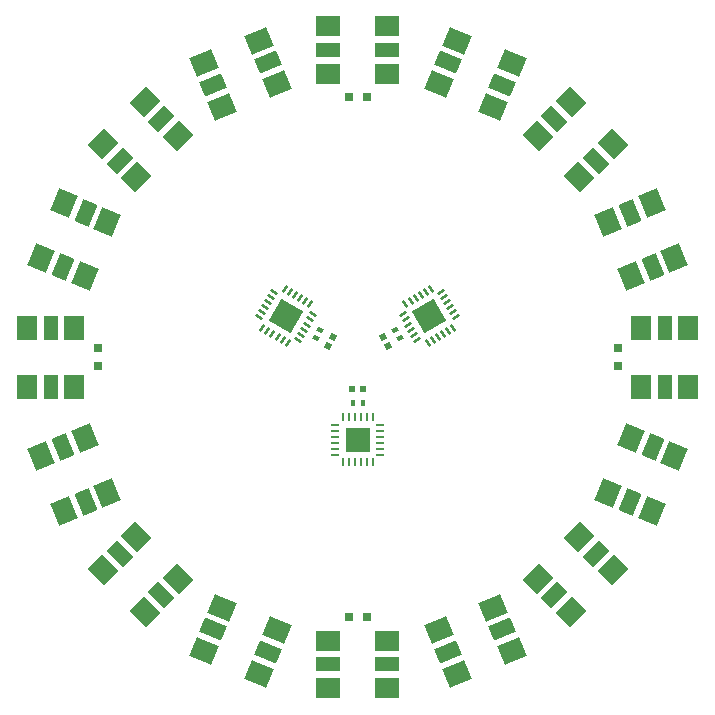
<source format=gtp>
G04*
G04 #@! TF.GenerationSoftware,Altium Limited,Altium Designer,20.2.6 (244)*
G04*
G04 Layer_Color=8421504*
%FSLAX24Y24*%
%MOIN*%
G70*
G04*
G04 #@! TF.SameCoordinates,8D7CF149-CDE5-45B4-86FF-19C455488765*
G04*
G04*
G04 #@! TF.FilePolarity,Positive*
G04*
G01*
G75*
%ADD14R,0.0315X0.0315*%
G04:AMPARAMS|DCode=15|XSize=51.2mil|YSize=78.7mil|CornerRadius=0mil|HoleSize=0mil|Usage=FLASHONLY|Rotation=67.500|XOffset=0mil|YOffset=0mil|HoleType=Round|Shape=Rectangle|*
%AMROTATEDRECTD15*
4,1,4,0.0266,-0.0387,-0.0462,-0.0086,-0.0266,0.0387,0.0462,0.0086,0.0266,-0.0387,0.0*
%
%ADD15ROTATEDRECTD15*%

G04:AMPARAMS|DCode=16|XSize=66.9mil|YSize=78.7mil|CornerRadius=0mil|HoleSize=0mil|Usage=FLASHONLY|Rotation=67.500|XOffset=0mil|YOffset=0mil|HoleType=Round|Shape=Rectangle|*
%AMROTATEDRECTD16*
4,1,4,0.0236,-0.0460,-0.0492,-0.0159,-0.0236,0.0460,0.0492,0.0159,0.0236,-0.0460,0.0*
%
%ADD16ROTATEDRECTD16*%

G04:AMPARAMS|DCode=17|XSize=51.2mil|YSize=78.7mil|CornerRadius=0mil|HoleSize=0mil|Usage=FLASHONLY|Rotation=337.500|XOffset=0mil|YOffset=0mil|HoleType=Round|Shape=Rectangle|*
%AMROTATEDRECTD17*
4,1,4,-0.0387,-0.0266,-0.0086,0.0462,0.0387,0.0266,0.0086,-0.0462,-0.0387,-0.0266,0.0*
%
%ADD17ROTATEDRECTD17*%

G04:AMPARAMS|DCode=18|XSize=66.9mil|YSize=78.7mil|CornerRadius=0mil|HoleSize=0mil|Usage=FLASHONLY|Rotation=337.500|XOffset=0mil|YOffset=0mil|HoleType=Round|Shape=Rectangle|*
%AMROTATEDRECTD18*
4,1,4,-0.0460,-0.0236,-0.0159,0.0492,0.0460,0.0236,0.0159,-0.0492,-0.0460,-0.0236,0.0*
%
%ADD18ROTATEDRECTD18*%

G04:AMPARAMS|DCode=19|XSize=51.2mil|YSize=78.7mil|CornerRadius=0mil|HoleSize=0mil|Usage=FLASHONLY|Rotation=45.000|XOffset=0mil|YOffset=0mil|HoleType=Round|Shape=Rectangle|*
%AMROTATEDRECTD19*
4,1,4,0.0097,-0.0459,-0.0459,0.0097,-0.0097,0.0459,0.0459,-0.0097,0.0097,-0.0459,0.0*
%
%ADD19ROTATEDRECTD19*%

G04:AMPARAMS|DCode=20|XSize=66.9mil|YSize=78.7mil|CornerRadius=0mil|HoleSize=0mil|Usage=FLASHONLY|Rotation=45.000|XOffset=0mil|YOffset=0mil|HoleType=Round|Shape=Rectangle|*
%AMROTATEDRECTD20*
4,1,4,0.0042,-0.0515,-0.0515,0.0042,-0.0042,0.0515,0.0515,-0.0042,0.0042,-0.0515,0.0*
%
%ADD20ROTATEDRECTD20*%

G04:AMPARAMS|DCode=21|XSize=51.2mil|YSize=78.7mil|CornerRadius=0mil|HoleSize=0mil|Usage=FLASHONLY|Rotation=315.000|XOffset=0mil|YOffset=0mil|HoleType=Round|Shape=Rectangle|*
%AMROTATEDRECTD21*
4,1,4,-0.0459,-0.0097,0.0097,0.0459,0.0459,0.0097,-0.0097,-0.0459,-0.0459,-0.0097,0.0*
%
%ADD21ROTATEDRECTD21*%

G04:AMPARAMS|DCode=22|XSize=66.9mil|YSize=78.7mil|CornerRadius=0mil|HoleSize=0mil|Usage=FLASHONLY|Rotation=315.000|XOffset=0mil|YOffset=0mil|HoleType=Round|Shape=Rectangle|*
%AMROTATEDRECTD22*
4,1,4,-0.0515,-0.0042,0.0042,0.0515,0.0515,0.0042,-0.0042,-0.0515,-0.0515,-0.0042,0.0*
%
%ADD22ROTATEDRECTD22*%

G04:AMPARAMS|DCode=23|XSize=51.2mil|YSize=78.7mil|CornerRadius=0mil|HoleSize=0mil|Usage=FLASHONLY|Rotation=22.500|XOffset=0mil|YOffset=0mil|HoleType=Round|Shape=Rectangle|*
%AMROTATEDRECTD23*
4,1,4,-0.0086,-0.0462,-0.0387,0.0266,0.0086,0.0462,0.0387,-0.0266,-0.0086,-0.0462,0.0*
%
%ADD23ROTATEDRECTD23*%

G04:AMPARAMS|DCode=24|XSize=66.9mil|YSize=78.7mil|CornerRadius=0mil|HoleSize=0mil|Usage=FLASHONLY|Rotation=22.500|XOffset=0mil|YOffset=0mil|HoleType=Round|Shape=Rectangle|*
%AMROTATEDRECTD24*
4,1,4,-0.0159,-0.0492,-0.0460,0.0236,0.0159,0.0492,0.0460,-0.0236,-0.0159,-0.0492,0.0*
%
%ADD24ROTATEDRECTD24*%

G04:AMPARAMS|DCode=25|XSize=51.2mil|YSize=78.7mil|CornerRadius=0mil|HoleSize=0mil|Usage=FLASHONLY|Rotation=292.500|XOffset=0mil|YOffset=0mil|HoleType=Round|Shape=Rectangle|*
%AMROTATEDRECTD25*
4,1,4,-0.0462,0.0086,0.0266,0.0387,0.0462,-0.0086,-0.0266,-0.0387,-0.0462,0.0086,0.0*
%
%ADD25ROTATEDRECTD25*%

G04:AMPARAMS|DCode=26|XSize=66.9mil|YSize=78.7mil|CornerRadius=0mil|HoleSize=0mil|Usage=FLASHONLY|Rotation=292.500|XOffset=0mil|YOffset=0mil|HoleType=Round|Shape=Rectangle|*
%AMROTATEDRECTD26*
4,1,4,-0.0492,0.0159,0.0236,0.0460,0.0492,-0.0159,-0.0236,-0.0460,-0.0492,0.0159,0.0*
%
%ADD26ROTATEDRECTD26*%

%ADD27R,0.0512X0.0787*%
%ADD28R,0.0669X0.0787*%
%ADD29R,0.0787X0.0512*%
%ADD30R,0.0787X0.0669*%
%ADD31R,0.0315X0.0315*%
%ADD32R,0.0157X0.0197*%
G04:AMPARAMS|DCode=33|XSize=15.7mil|YSize=19.7mil|CornerRadius=0mil|HoleSize=0mil|Usage=FLASHONLY|Rotation=60.000|XOffset=0mil|YOffset=0mil|HoleType=Round|Shape=Rectangle|*
%AMROTATEDRECTD33*
4,1,4,0.0046,-0.0117,-0.0125,-0.0019,-0.0046,0.0117,0.0125,0.0019,0.0046,-0.0117,0.0*
%
%ADD33ROTATEDRECTD33*%

G04:AMPARAMS|DCode=34|XSize=15.7mil|YSize=19.7mil|CornerRadius=0mil|HoleSize=0mil|Usage=FLASHONLY|Rotation=300.000|XOffset=0mil|YOffset=0mil|HoleType=Round|Shape=Rectangle|*
%AMROTATEDRECTD34*
4,1,4,-0.0125,0.0019,0.0046,0.0117,0.0125,-0.0019,-0.0046,-0.0117,-0.0125,0.0019,0.0*
%
%ADD34ROTATEDRECTD34*%

%ADD35O,0.0315X0.0098*%
%ADD36O,0.0098X0.0315*%
%ADD37R,0.0839X0.0839*%
G04:AMPARAMS|DCode=38|XSize=9.8mil|YSize=31.5mil|CornerRadius=0mil|HoleSize=0mil|Usage=FLASHONLY|Rotation=330.000|XOffset=0mil|YOffset=0mil|HoleType=Round|Shape=Round|*
%AMOVALD38*
21,1,0.0217,0.0098,0.0000,0.0000,60.0*
1,1,0.0098,-0.0054,-0.0094*
1,1,0.0098,0.0054,0.0094*
%
%ADD38OVALD38*%

G04:AMPARAMS|DCode=39|XSize=9.8mil|YSize=31.5mil|CornerRadius=0mil|HoleSize=0mil|Usage=FLASHONLY|Rotation=240.000|XOffset=0mil|YOffset=0mil|HoleType=Round|Shape=Round|*
%AMOVALD39*
21,1,0.0217,0.0098,0.0000,0.0000,330.0*
1,1,0.0098,-0.0094,0.0054*
1,1,0.0098,0.0094,-0.0054*
%
%ADD39OVALD39*%

%ADD40P,0.1186X4X285.0*%
G04:AMPARAMS|DCode=41|XSize=9.8mil|YSize=31.5mil|CornerRadius=0mil|HoleSize=0mil|Usage=FLASHONLY|Rotation=210.000|XOffset=0mil|YOffset=0mil|HoleType=Round|Shape=Round|*
%AMOVALD41*
21,1,0.0217,0.0098,0.0000,0.0000,300.0*
1,1,0.0098,-0.0054,0.0094*
1,1,0.0098,0.0054,-0.0094*
%
%ADD41OVALD41*%

G04:AMPARAMS|DCode=42|XSize=9.8mil|YSize=31.5mil|CornerRadius=0mil|HoleSize=0mil|Usage=FLASHONLY|Rotation=120.000|XOffset=0mil|YOffset=0mil|HoleType=Round|Shape=Round|*
%AMOVALD42*
21,1,0.0217,0.0098,0.0000,0.0000,210.0*
1,1,0.0098,0.0094,0.0054*
1,1,0.0098,-0.0094,-0.0054*
%
%ADD42OVALD42*%

%ADD43P,0.1186X4X165.0*%
%ADD44R,0.0217X0.0217*%
%ADD45P,0.0306X4X375.0*%
%ADD46P,0.0306X4X255.0*%
D14*
X293Y-8661D02*
D03*
X-298Y-8661D02*
D03*
X293Y8661D02*
D03*
X-298D02*
D03*
D15*
X4821Y9072D02*
D03*
X3002Y9825D02*
D03*
X-4825Y-9072D02*
D03*
X-3007Y-9825D02*
D03*
D16*
X5122Y9800D02*
D03*
X4519Y8345D02*
D03*
X2701Y9098D02*
D03*
X3303Y10553D02*
D03*
X-5127Y-9800D02*
D03*
X-4524Y-8345D02*
D03*
X-2705Y-9098D02*
D03*
X-3308Y-10553D02*
D03*
D17*
X9070Y-4823D02*
D03*
X9823Y-3004D02*
D03*
X-9075Y4823D02*
D03*
X-9828Y3004D02*
D03*
D18*
X9797Y-5124D02*
D03*
X8342Y-4522D02*
D03*
X9096Y-2703D02*
D03*
X10551Y-3306D02*
D03*
X-9802Y5124D02*
D03*
X-8347Y4522D02*
D03*
X-9100Y2703D02*
D03*
X-10555Y3306D02*
D03*
D19*
X7938Y6548D02*
D03*
X6546Y7940D02*
D03*
X-7942Y-6548D02*
D03*
X-6550Y-7940D02*
D03*
D20*
X8494Y7105D02*
D03*
X7381Y5991D02*
D03*
X5989Y7383D02*
D03*
X7103Y8497D02*
D03*
X-8499Y-7105D02*
D03*
X-7386Y-5991D02*
D03*
X-5994Y-7383D02*
D03*
X-7107Y-8497D02*
D03*
D21*
X6546Y-7940D02*
D03*
X7938Y-6548D02*
D03*
X-6550Y7940D02*
D03*
X-7942Y6548D02*
D03*
D22*
X7103Y-8497D02*
D03*
X5989Y-7383D02*
D03*
X7381Y-5991D02*
D03*
X8494Y-7105D02*
D03*
X-7107Y8497D02*
D03*
X-5994Y7383D02*
D03*
X-7386Y5991D02*
D03*
X-8499Y7105D02*
D03*
D23*
X9823Y3004D02*
D03*
X9070Y4823D02*
D03*
X-9828Y-3004D02*
D03*
X-9075Y-4823D02*
D03*
D24*
X10551Y3306D02*
D03*
X9096Y2703D02*
D03*
X8342Y4522D02*
D03*
X9797Y5124D02*
D03*
X-10555Y-3306D02*
D03*
X-9100Y-2703D02*
D03*
X-8347Y-4522D02*
D03*
X-9802Y-5124D02*
D03*
D25*
X3002Y-9825D02*
D03*
X4821Y-9072D02*
D03*
X-3007Y9825D02*
D03*
X-4825Y9072D02*
D03*
D26*
X3303Y-10553D02*
D03*
X2701Y-9098D02*
D03*
X4519Y-8345D02*
D03*
X5122Y-9800D02*
D03*
X-3308Y10553D02*
D03*
X-2705Y9098D02*
D03*
X-4524Y8345D02*
D03*
X-5127Y9800D02*
D03*
D27*
X10234Y-984D02*
D03*
Y984D02*
D03*
X-10239D02*
D03*
Y-984D02*
D03*
D28*
X11021Y-984D02*
D03*
X9446Y-984D02*
D03*
X9446Y984D02*
D03*
X11021Y984D02*
D03*
X-11026Y984D02*
D03*
X-9451Y984D02*
D03*
Y-984D02*
D03*
X-11026Y-984D02*
D03*
D29*
X-987Y-10236D02*
D03*
X982Y-10236D02*
D03*
X982Y10236D02*
D03*
X-987Y10236D02*
D03*
D30*
X-987Y-11024D02*
D03*
Y-9449D02*
D03*
X982D02*
D03*
X982Y-11024D02*
D03*
X982Y11024D02*
D03*
X982Y9449D02*
D03*
X-987Y9449D02*
D03*
X-987Y11024D02*
D03*
D31*
X8659Y-295D02*
D03*
X8659Y295D02*
D03*
X-8664Y295D02*
D03*
X-8664Y-295D02*
D03*
D32*
X155Y-1535D02*
D03*
X-160Y-1535D02*
D03*
D33*
X-1411Y631D02*
D03*
X-1253Y904D02*
D03*
D34*
X1249Y904D02*
D03*
X1406Y631D02*
D03*
D35*
X-750Y-2264D02*
D03*
Y-2461D02*
D03*
Y-2657D02*
D03*
Y-2854D02*
D03*
Y-3051D02*
D03*
X-750Y-3248D02*
D03*
X746D02*
D03*
X746Y-3051D02*
D03*
Y-2854D02*
D03*
X746Y-2657D02*
D03*
X746Y-2461D02*
D03*
X746Y-2264D02*
D03*
D36*
X-494Y-3504D02*
D03*
X-298Y-3504D02*
D03*
X-101Y-3504D02*
D03*
X96Y-3504D02*
D03*
X293Y-3504D02*
D03*
X490Y-3504D02*
D03*
Y-2008D02*
D03*
X293Y-2008D02*
D03*
X96Y-2008D02*
D03*
X-101Y-2008D02*
D03*
X-298Y-2008D02*
D03*
X-494Y-2008D02*
D03*
D37*
X-2Y-2756D02*
D03*
D38*
X-1589Y1780D02*
D03*
X-1759Y1878D02*
D03*
X-1930Y1977D02*
D03*
X-2100Y2075D02*
D03*
X-2271Y2173D02*
D03*
X-2441Y2272D02*
D03*
X-3189Y976D02*
D03*
X-3019Y878D02*
D03*
X-2848Y779D02*
D03*
X-2678Y681D02*
D03*
X-2507Y582D02*
D03*
X-2337Y484D02*
D03*
D39*
X-2791Y2178D02*
D03*
X-2889Y2008D02*
D03*
X-2988Y1837D02*
D03*
X-3086Y1667D02*
D03*
X-3184Y1496D02*
D03*
X-3283Y1326D02*
D03*
X-1987Y578D02*
D03*
X-1889Y748D02*
D03*
X-1790Y919D02*
D03*
X-1692Y1089D02*
D03*
X-1594Y1260D02*
D03*
X-1495Y1430D02*
D03*
D40*
X-2389Y1378D02*
D03*
D41*
X2332Y484D02*
D03*
X2503Y582D02*
D03*
X2673Y681D02*
D03*
X2844Y779D02*
D03*
X3014Y878D02*
D03*
X3185Y976D02*
D03*
X2437Y2272D02*
D03*
X2266Y2173D02*
D03*
X2096Y2075D02*
D03*
X1925Y1977D02*
D03*
X1755Y1878D02*
D03*
X1584Y1780D02*
D03*
D42*
X3278Y1326D02*
D03*
X3180Y1496D02*
D03*
X3081Y1667D02*
D03*
X2983Y1837D02*
D03*
X2885Y2008D02*
D03*
X2786Y2178D02*
D03*
X1490Y1430D02*
D03*
X1589Y1260D02*
D03*
X1687Y1089D02*
D03*
X1786Y919D02*
D03*
X1884Y748D02*
D03*
X1983Y578D02*
D03*
D43*
X2384Y1378D02*
D03*
D44*
X-180Y-1063D02*
D03*
X175Y-1063D02*
D03*
D45*
X-834Y685D02*
D03*
X-1011Y378D02*
D03*
D46*
X1007Y378D02*
D03*
X830Y685D02*
D03*
M02*

</source>
